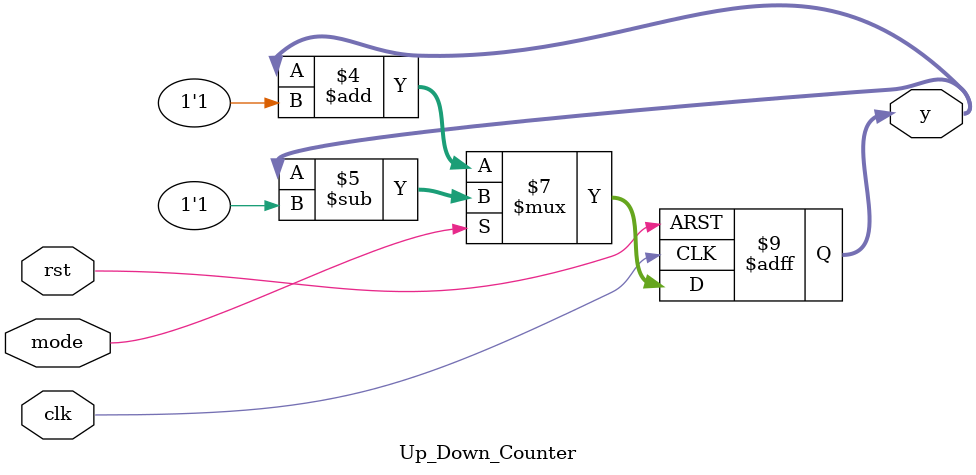
<source format=v>
module Up_Down_Counter(clk,rst,mode,y);
	input clk,rst,mode;
	output reg[3:0]y;
	
	always @(posedge clk,negedge rst)
		begin
			if(!rst)
				y=4'b0000;	
			else if(mode==0)
				begin
					y=y+1'b1;
				end
			else
				begin
					y=y-1'b1;
				end
		end
endmodule
</source>
